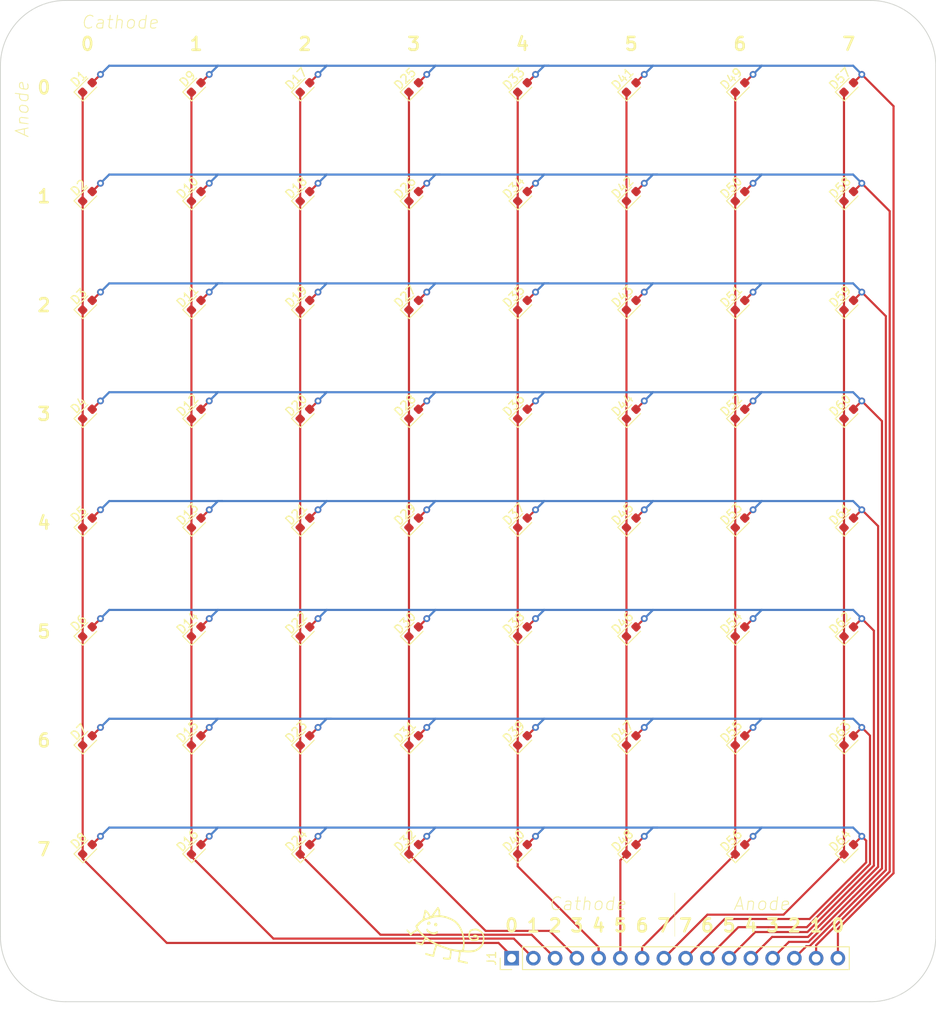
<source format=kicad_pcb>
(kicad_pcb (version 20211014) (generator pcbnew)
  (layers (0 "F.Cu" signal) (31 "B.Cu" signal) (34 "B.Paste" user) (35 "F.Paste" user) (36 "B.SilkS" user "B.Silkscreen") (37 "F.SilkS" user "F.Silkscreen") (38 "B.Mask" user) (39 "F.Mask" user) (44 "Edge.Cuts" user))
  (net 0 "")
  (net 1 "ROW1")
  (net 2 "COL1")
  (net 3 "ROW2")
  (net 4 "ROW3")
  (net 5 "ROW4")
  (net 6 "ROW5")
  (net 7 "ROW6")
  (net 8 "ROW7")
  (net 9 "ROW8")
  (net 10 "COL2")
  (net 11 "COL3")
  (net 12 "COL4")
  (net 13 "COL5")
  (net 14 "COL6")
  (net 15 "COL7")
  (net 16 "COL8")
  (footprint "LED_SMD:LED_0603_1608Metric" (layer "F.Cu") (at 101.6 76.2 45)
    (fp_text reference "D20")
    (fp_text value "LED_Small")
  )
  (footprint "LED_SMD:LED_0603_1608Metric" (layer "F.Cu") (at 88.9 101.6 45)
    (fp_text reference "D14")
    (fp_text value "LED_Small")
  )
  (footprint "LED_SMD:LED_0603_1608Metric" (layer "F.Cu") (at 76.2 114.3 45)
    (fp_text reference "D7")
    (fp_text value "LED_Small")
  )
  (footprint "LED_SMD:LED_0603_1608Metric" (layer "F.Cu") (at 152.4 63.5 45)
    (fp_text reference "D51")
    (fp_text value "LED_Small")
  )
  (footprint "LED_SMD:LED_0603_1608Metric" (layer "F.Cu") (at 127 50.8 45)
    (fp_text reference "D34")
    (fp_text value "LED_Small")
  )
  (footprint "LED_SMD:LED_0603_1608Metric" (layer "F.Cu") (at 114.3 88.9 45)
    (fp_text reference "D29")
    (fp_text value "LED_Small")
  )
  (footprint "LED_SMD:LED_0603_1608Metric" (layer "F.Cu") (at 139.7 50.8 45)
    (fp_text reference "D42")
    (fp_text value "LED_Small")
  )
  (footprint "LED_SMD:LED_0603_1608Metric" (layer "F.Cu") (at 152.4 101.6 45)
    (fp_text reference "D54")
    (fp_text value "LED_Small")
  )
  (footprint "MountingHole:MountingHole_3.2mm_M3" (layer "F.Cu") (at 71.12 33.02)
    (fp_text reference "H2" hide)
    (fp_text value "MountingHole" hide)
  )
  (footprint "LED_SMD:LED_0603_1608Metric" (layer "F.Cu") (at 101.6 101.6 45)
    (fp_text reference "D22")
    (fp_text value "LED_Small")
  )
  (footprint "LED_SMD:LED_0603_1608Metric" (layer "F.Cu") (at 101.6 38.1 45)
    (fp_text reference "D17")
    (fp_text value "LED_Small")
  )
  (footprint "LED_SMD:LED_0603_1608Metric" (layer "F.Cu") (at 152.4 38.1 45)
    (fp_text reference "D49")
    (fp_text value "LED_Small")
  )
  (footprint "LED_SMD:LED_0603_1608Metric" (layer "F.Cu") (at 76.2 76.2 45)
    (fp_text reference "D4")
    (fp_text value "LED_Small")
  )
  (footprint "Connector_PinHeader_2.54mm:PinHeader_1x16_P2.54mm_Vertical" (layer "F.Cu") (at 125.73 139.7 90)
    (fp_text reference "J1")
    (fp_text value "Conn_01x16_Female")
  )
  (footprint "LED_SMD:LED_0603_1608Metric" (layer "F.Cu") (at 127 127 45)
    (fp_text reference "D40")
    (fp_text value "LED_Small")
  )
  (footprint "LED_SMD:LED_0603_1608Metric" (layer "F.Cu") (at 139.7 63.5 45)
    (fp_text reference "D43")
    (fp_text value "LED_Small")
  )
  (footprint "LED_SMD:LED_0603_1608Metric" (layer "F.Cu") (at 165.1 76.2 45)
    (fp_text reference "D60")
    (fp_text value "LED_Small")
  )
  (footprint "LED_SMD:LED_0603_1608Metric" (layer "F.Cu") (at 127 76.2 45)
    (fp_text reference "D36")
    (fp_text value "LED_Small")
  )
  (footprint "LED_SMD:LED_0603_1608Metric" (layer "F.Cu") (at 165.1 101.6 45)
    (fp_text reference "D62")
    (fp_text value "LED_Small")
  )
  (footprint "LED_SMD:LED_0603_1608Metric" (layer "F.Cu") (at 101.6 63.5 45)
    (fp_text reference "D19")
    (fp_text value "LED_Small")
  )
  (footprint "LED_SMD:LED_0603_1608Metric" (layer "F.Cu") (at 114.3 76.2 45)
    (fp_text reference "D28")
    (fp_text value "LED_Small")
  )
  (footprint "LED_SMD:LED_0603_1608Metric" (layer "F.Cu") (at 114.3 38.1 45)
    (fp_text reference "D25")
    (fp_text value "LED_Small")
  )
  (footprint "LED_SMD:LED_0603_1608Metric" (layer "F.Cu") (at 88.9 127 45)
    (fp_text reference "D16")
    (fp_text value "LED_Small")
  )
  (footprint "LED_SMD:LED_0603_1608Metric" (layer "F.Cu") (at 101.6 50.8 45)
    (fp_text reference "D18")
    (fp_text value "LED_Small")
  )
  (footprint "LED_SMD:LED_0603_1608Metric" (layer "F.Cu") (at 76.2 63.5 45)
    (fp_text reference "D3")
    (fp_text value "LED_Small")
  )
  (footprint "LED_SMD:LED_0603_1608Metric" (layer "F.Cu") (at 127 63.5 45)
    (fp_text reference "D35")
    (fp_text value "LED_Small")
  )
  (footprint "LED_SMD:LED_0603_1608Metric" (layer "F.Cu") (at 114.3 50.8 45)
    (fp_text reference "D26")
    (fp_text value "LED_Small")
  )
  (footprint "LED_SMD:LED_0603_1608Metric" (layer "F.Cu") (at 127 38.1 45)
    (fp_text reference "D33")
    (fp_text value "LED_Small")
  )
  (footprint "LOGO" (layer "F.Cu") (at 118.11 137.16)
    (fp_text reference "G***" hide)
    (fp_text value "LOGO" hide)
  )
  (footprint "LED_SMD:LED_0603_1608Metric" (layer "F.Cu") (at 76.2 127 45)
    (fp_text reference "D8")
    (fp_text value "LED_Small")
  )
  (footprint "LED_SMD:LED_0603_1608Metric" (layer "F.Cu") (at 152.4 88.9 45)
    (fp_text reference "D53")
    (fp_text value "LED_Small")
  )
  (footprint "MountingHole:MountingHole_3.2mm_M3" (layer "F.Cu") (at 170.18 33.02)
    (fp_text reference "H3" hide)
    (fp_text value "MountingHole" hide)
  )
  (footprint "LED_SMD:LED_0603_1608Metric" (layer "F.Cu") (at 127 101.6 45)
    (fp_text reference "D38")
    (fp_text value "LED_Small")
  )
  (footprint "LED_SMD:LED_0603_1608Metric" (layer "F.Cu") (at 127 114.3 45)
    (fp_text reference "D39")
    (fp_text value "LED_Small")
  )
  (footprint "LED_SMD:LED_0603_1608Metric" (layer "F.Cu") (at 76.2 50.8 45)
    (fp_text reference "D2")
    (fp_text value "LED_Small")
  )
  (footprint "LED_SMD:LED_0603_1608Metric" (layer "F.Cu") (at 152.4 127 45)
    (fp_text reference "D56")
    (fp_text value "LED_Small")
  )
  (footprint "LED_SMD:LED_0603_1608Metric" (layer "F.Cu") (at 139.7 114.3 45)
    (fp_text reference "D47")
    (fp_text value "LED_Small")
  )
  (footprint "LED_SMD:LED_0603_1608Metric" (layer "F.Cu") (at 165.1 50.8 45)
    (fp_text reference "D58")
    (fp_text value "LED_Small")
  )
  (footprint "LED_SMD:LED_0603_1608Metric" (layer "F.Cu") (at 165.1 63.5 45)
    (fp_text reference "D59")
    (fp_text value "LED_Small")
  )
  (footprint "LED_SMD:LED_0603_1608Metric" (layer "F.Cu") (at 139.7 127 45)
    (fp_text reference "D48")
    (fp_text value "LED_Small")
  )
  (footprint "LED_SMD:LED_0603_1608Metric" (layer "F.Cu") (at 101.6 127 45)
    (fp_text reference "D24")
    (fp_text value "LED_Small")
  )
  (footprint "LED_SMD:LED_0603_1608Metric" (layer "F.Cu") (at 139.7 101.6 45)
    (fp_text reference "D46")
    (fp_text value "LED_Small")
  )
  (footprint "LED_SMD:LED_0603_1608Metric" (layer "F.Cu") (at 165.1 127 45)
    (fp_text reference "D64")
    (fp_text value "LED_Small")
  )
  (footprint "LED_SMD:LED_0603_1608Metric" (layer "F.Cu") (at 127 88.9 45)
    (fp_text reference "D37")
    (fp_text value "LED_Small")
  )
  (footprint "MountingHole:MountingHole_3.2mm_M3" (layer "F.Cu") (at 71.12 139.7)
    (fp_text reference "H1" hide)
    (fp_text value "MountingHole" hide)
  )
  (footprint "LED_SMD:LED_0603_1608Metric" (layer "F.Cu") (at 114.3 127 45)
    (fp_text reference "D32")
    (fp_text value "LED_Small")
  )
  (footprint "LED_SMD:LED_0603_1608Metric" (layer "F.Cu") (at 76.2 88.9 45)
    (fp_text reference "D5")
    (fp_text value "LED_Small")
  )
  (footprint "LED_SMD:LED_0603_1608Metric" (layer "F.Cu") (at 101.6 114.3 45)
    (fp_text reference "D23")
    (fp_text value "LED_Small")
  )
  (footprint "LED_SMD:LED_0603_1608Metric" (layer "F.Cu") (at 165.1 38.1 45)
    (fp_text reference "D57")
    (fp_text value "LED_Small")
  )
  (footprint "LED_SMD:LED_0603_1608Metric" (layer "F.Cu") (at 88.9 50.8 45)
    (fp_text reference "D10")
    (fp_text value "LED_Small")
  )
  (footprint "LED_SMD:LED_0603_1608Metric" (layer "F.Cu") (at 76.2 101.6 45)
    (fp_text reference "D6")
    (fp_text value "LED_Small")
  )
  (footprint "LED_SMD:LED_0603_1608Metric" (layer "F.Cu") (at 114.3 101.6 45)
    (fp_text reference "D30")
    (fp_text value "LED_Small")
  )
  (footprint "LED_SMD:LED_0603_1608Metric" (layer "F.Cu") (at 152.4 50.8 45)
    (fp_text reference "D50")
    (fp_text value "LED_Small")
  )
  (footprint "LED_SMD:LED_0603_1608Metric" (layer "F.Cu") (at 139.7 88.9 45)
    (fp_text reference "D45")
    (fp_text value "LED_Small")
  )
  (footprint "LED_SMD:LED_0603_1608Metric" (layer "F.Cu") (at 76.2 38.1 45)
    (fp_text reference "D1")
    (fp_text value "LED_Small")
  )
  (footprint "LED_SMD:LED_0603_1608Metric" (layer "F.Cu") (at 152.4 76.2 45)
    (fp_text reference "D52")
    (fp_text value "LED_Small")
  )
  (footprint "LED_SMD:LED_0603_1608Metric" (layer "F.Cu") (at 88.9 63.5 45)
    (fp_text reference "D11")
    (fp_text value "LED_Small")
  )
  (footprint "LED_SMD:LED_0603_1608Metric" (layer "F.Cu") (at 88.9 88.9 45)
    (fp_text reference "D13")
    (fp_text value "LED_Small")
  )
  (footprint "LED_SMD:LED_0603_1608Metric" (layer "F.Cu") (at 101.6 88.9 45)
    (fp_text reference "D21")
    (fp_text value "LED_Small")
  )
  (footprint "LED_SMD:LED_0603_1608Metric" (layer "F.Cu") (at 88.9 114.3 45)
    (fp_text reference "D15")
    (fp_text value "LED_Small")
  )
  (footprint "LED_SMD:LED_0603_1608Metric" (layer "F.Cu") (at 114.3 63.5 45)
    (fp_text reference "D27")
    (fp_text value "LED_Small")
  )
  (footprint "LED_SMD:LED_0603_1608Metric" (layer "F.Cu") (at 165.1 88.9 45)
    (fp_text reference "D61")
    (fp_text value "LED_Small")
  )
  (footprint "LED_SMD:LED_0603_1608Metric" (layer "F.Cu") (at 165.1 114.3 45)
    (fp_text reference "D63")
    (fp_text value "LED_Small")
  )
  (footprint "LED_SMD:LED_0603_1608Metric" (layer "F.Cu") (at 114.3 114.3 45)
    (fp_text reference "D31")
    (fp_text value "LED_Small")
  )
  (footprint "LED_SMD:LED_0603_1608Metric" (layer "F.Cu") (at 88.9 38.1 45)
    (fp_text reference "D9")
    (fp_text value "LED_Small")
  )
  (footprint "LED_SMD:LED_0603_1608Metric" (layer "F.Cu") (at 139.7 76.2 45)
    (fp_text reference "D44")
    (fp_text value "LED_Small")
  )
  (footprint "LED_SMD:LED_0603_1608Metric" (layer "F.Cu") (at 88.9 76.2 45)
    (fp_text reference "D12")
    (fp_text value "LED_Small")
  )
  (footprint "LED_SMD:LED_0603_1608Metric" (layer "F.Cu") (at 152.4 114.3 45)
    (fp_text reference "D55")
    (fp_text value "LED_Small")
  )
  (footprint "LED_SMD:LED_0603_1608Metric" (layer "F.Cu") (at 139.7 38.1 45)
    (fp_text reference "D41")
    (fp_text value "LED_Small")
  )
  (footprint "MountingHole:MountingHole_3.2mm_M3" (layer "F.Cu") (at 170.18 139.7)
    (fp_text reference "H4" hide)
    (fp_text value "MountingHole" hide)
  )
  (gr_line (start 144.78 137.16) (end 144.78 132.08) (layer "F.SilkS") (width 0.0508))
  (gr_line (start 167.64 144.78) (end 73.66 144.78) (layer "Edge.Cuts") (width 0.1))
  (gr_arc (start 66.04 35.56) (mid 68.271846 30.171846) (end 73.66 27.94) (layer "Edge.Cuts") (width 0.1))
  (gr_arc (start 175.26 137.16) (mid 173.028154 142.548154) (end 167.64 144.78) (layer "Edge.Cuts") (width 0.1))
  (gr_arc (start 167.64 27.94) (mid 173.028154 30.171846) (end 175.26 35.56) (layer "Edge.Cuts") (width 0.1))
  (gr_line (start 73.66 27.94) (end 167.64 27.94) (layer "Edge.Cuts") (width 0.1))
  (gr_arc (start 73.66 144.78) (mid 68.271846 142.548154) (end 66.04 137.16) (layer "Edge.Cuts") (width 0.1))
  (gr_line (start 66.04 137.16) (end 66.04 35.56) (layer "Edge.Cuts") (width 0.1))
  (gr_line (start 175.26 35.56) (end 175.26 137.16) (layer "Edge.Cuts") (width 0.1))
  (gr_text "6" (at 140.97 135.89) (layer "F.SilkS") (effects (font (size 1.5 1.5) (thickness 0.3))))
  (gr_text "Cathode" (at 134.62 133.35) (layer "F.SilkS") (effects (font (size 1.5 1.5) (thickness 0.1016) italic)))
  (gr_text "5" (at 151.13 135.89) (layer "F.SilkS") (effects (font (size 1.5 1.5) (thickness 0.3))))
  (gr_text "4" (at 135.89 135.89) (layer "F.SilkS") (effects (font (size 1.5 1.5) (thickness 0.3))))
  (gr_text "7" (at 165.1 33.02) (layer "F.SilkS") (effects (font (size 1.5 1.5) (thickness 0.3))))
  (gr_text "6" (at 71.12 114.3) (layer "F.SilkS") (effects (font (size 1.5 1.5) (thickness 0.3))))
  (gr_text "2" (at 71.12 63.5) (layer "F.SilkS") (effects (font (size 1.5 1.5) (thickness 0.3))))
  (gr_text "2" (at 158.75 135.89) (layer "F.SilkS") (effects (font (size 1.5 1.5) (thickness 0.3))))
  (gr_text "Anode" (at 68.58 40.64 90) (layer "F.SilkS") (effects (font (size 1.5 1.5) (thickness 0.1016) italic)))
  (gr_text "0" (at 163.83 135.89) (layer "F.SilkS") (effects (font (size 1.5 1.5) (thickness 0.3))))
  (gr_text "3" (at 114.3 33.02) (layer "F.SilkS") (effects (font (size 1.5 1.5) (thickness 0.3))))
  (gr_text "7" (at 71.12 127) (layer "F.SilkS") (effects (font (size 1.5 1.5) (thickness 0.3))))
  (gr_text "7" (at 143.51 135.89) (layer "F.SilkS") (effects (font (size 1.5 1.5) (thickness 0.3))))
  (gr_text "4" (at 71.12 88.9) (layer "F.SilkS") (effects (font (size 1.5 1.5) (thickness 0.3))))
  (gr_text "1\n" (at 128.27 135.89) (layer "F.SilkS") (effects (font (size 1.5 1.5) (thickness 0.3))))
  (gr_text "1" (at 88.9 33.02) (layer "F.SilkS") (effects (font (size 1.5 1.5) (thickness 0.3))))
  (gr_text "6" (at 148.59 135.89) (layer "F.SilkS") (effects (font (size 1.5 1.5) (thickness 0.3))))
  (gr_text "1" (at 161.29 135.89) (layer "F.SilkS") (effects (font (size 1.5 1.5) (thickness 0.3))))
  (gr_text "3" (at 156.21 135.89) (layer "F.SilkS") (effects (font (size 1.5 1.5) (thickness 0.3))))
  (gr_text "2" (at 101.6 33.02) (layer "F.SilkS") (effects (font (size 1.5 1.5) (thickness 0.3))))
  (gr_text "Anode" (at 154.94 133.35) (layer "F.SilkS") (effects (font (size 1.5 1.5) (thickness 0.1016) italic)))
  (gr_text "0" (at 125.73 135.89) (layer "F.SilkS") (effects (font (size 1.5 1.5) (thickness 0.3))))
  (gr_text "3" (at 133.35 135.89) (layer "F.SilkS") (effects (font (size 1.5 1.5) (thickness 0.3))))
  (gr_text "5" (at 138.43 135.89) (layer "F.SilkS") (effects (font (size 1.5 1.5) (thickness 0.3))))
  (gr_text "6" (at 152.4 33.02) (layer "F.SilkS") (effects (font (size 1.5 1.5) (thickness 0.3))))
  (gr_text "7" (at 146.05 135.89) (layer "F.SilkS") (effects (font (size 1.5 1.5) (thickness 0.3))))
  (gr_text "1" (at 71.12 50.8) (layer "F.SilkS") (effects (font (size 1.5 1.5) (thickness 0.3))))
  (gr_text "5" (at 139.7 33.02) (layer "F.SilkS") (effects (font (size 1.5 1.5) (thickness 0.3))))
  (gr_text "0" (at 76.2 33.02) (layer "F.SilkS") (effects (font (size 1.5 1.5) (thickness 0.3))))
  (gr_text "Cathode" (at 80.01 30.48) (layer "F.SilkS") (effects (font (size 1.5 1.5) (thickness 0.1016) italic)))
  (gr_text "4" (at 127 33.02) (layer "F.SilkS") (effects (font (size 1.5 1.5) (thickness 0.3))))
  (gr_text "4" (at 153.67 135.89) (layer "F.SilkS") (effects (font (size 1.5 1.5) (thickness 0.3))))
  (gr_text "2" (at 130.81 135.89) (layer "F.SilkS") (effects (font (size 1.5 1.5) (thickness 0.3))))
  (gr_text "5" (at 71.12 101.6) (layer "F.SilkS") (effects (font (size 1.5 1.5) (thickness 0.3))))
  (gr_text "3" (at 71.12 76.2) (layer "F.SilkS") (effects (font (size 1.5 1.5) (thickness 0.3))))
  (gr_text "0" (at 71.12 38.1) (layer "F.SilkS") (effects (font (size 1.5 1.5) (thickness 0.3))))
  (segment (start 165.656847 37.543153) (end 166.624 36.576) (width 0.25) (layer "F.Cu") (net 1))
  (segment (start 170.329 40.281) (end 170.329 129.781772) (width 0.25) (layer "F.Cu") (net 1))
  (segment (start 76.756847 37.543153) (end 77.724 36.576) (width 0.25) (layer "F.Cu") (net 1))
  (segment (start 89.456847 37.543153) (end 90.424 36.576) (width 0.25) (layer "F.Cu") (net 1))
  (segment (start 102.156847 37.543153) (end 103.124 36.576) (width 0.25) (layer "F.Cu") (net 1))
  (segment (start 163.83 136.280772) (end 163.83 139.7) (width 0.25) (layer "F.Cu") (net 1))
  (segment (start 166.624 36.576) (end 170.329 40.281) (width 0.25) (layer "F.Cu") (net 1))
  (segment (start 127.556847 37.543153) (end 128.524 36.576) (width 0.25) (layer "F.Cu") (net 1))
  (segment (start 140.256847 37.543153) (end 141.224 36.576) (width 0.25) (layer "F.Cu") (net 1))
  (segment (start 114.856847 37.543153) (end 115.824 36.576) (width 0.25) (layer "F.Cu") (net 1))
  (segment (start 152.956847 37.543153) (end 153.924 36.576) (width 0.25) (layer "F.Cu") (net 1))
  (segment (start 170.329 129.781772) (end 163.83 136.280772) (width 0.25) (layer "F.Cu") (net 1))
  (via (at 103.124 36.576) (size 0.8) (drill 0.4) (layers "F.Cu" "B.Cu") (net 1))
  (via (at 77.724 36.576) (size 0.8) (drill 0.4) (layers "F.Cu" "B.Cu") (net 1))
  (via (at 141.224 36.576) (size 0.8) (drill 0.4) (layers "F.Cu" "B.Cu") (net 1))
  (via (at 90.424 36.576) (size 0.8) (drill 0.4) (layers "F.Cu" "B.Cu") (net 1))
  (via (at 166.624 36.576) (size 0.8) (drill 0.4) (layers "F.Cu" "B.Cu") (net 1))
  (via (at 153.924 36.576) (size 0.8) (drill 0.4) (layers "F.Cu" "B.Cu") (net 1))
  (via (at 115.824 36.576) (size 0.8) (drill 0.4) (layers "F.Cu" "B.Cu") (net 1))
  (via (at 128.524 36.576) (size 0.8) (drill 0.4) (layers "F.Cu" "B.Cu") (net 1))
  (segment (start 142.24 35.56) (end 154.94 35.56) (width 0.25) (layer "B.Cu") (net 1))
  (segment (start 128.524 36.576) (end 129.54 35.56) (width 0.25) (layer "B.Cu") (net 1))
  (segment (start 78.74 35.56) (end 91.44 35.56) (width 0.25) (layer "B.Cu") (net 1))
  (segment (start 90.424 36.576) (end 91.44 35.56) (width 0.25) (layer "B.Cu") (net 1))
  (segment (start 153.924 36.576) (end 154.94 35.56) (width 0.25) (layer "B.Cu") (net 1))
  (segment (start 115.824 36.576) (end 116.84 35.56) (width 0.25) (layer "B.Cu") (net 1))
  (segment (start 77.724 36.576) (end 78.74 35.56) (width 0.25) (layer "B.Cu") (net 1))
  (segment (start 154.94 35.56) (end 165.608 35.56) (width 0.25) (layer "B.Cu") (net 1))
  (segment (start 165.608 35.56) (end 166.624 36.576) (width 0.25) (layer "B.Cu") (net 1))
  (segment (start 104.14 35.56) (end 116.84 35.56) (width 0.25) (layer "B.Cu") (net 1))
  (segment (start 103.124 36.576) (end 104.14 35.56) (width 0.25) (layer "B.Cu") (net 1))
  (segment (start 141.224 36.576) (end 142.24 35.56) (width 0.25) (layer "B.Cu") (net 1))
  (segment (start 130.048 35.56) (end 142.24 35.56) (width 0.25) (layer "B.Cu") (net 1))
  (segment (start 91.44 35.56) (end 104.14 35.56) (width 0.25) (layer "B.Cu") (net 1))
  (segment (start 116.84 35.56) (end 130.048 35.56) (width 0.25) (layer "B.Cu") (net 1))
  (segment (start 129.54 35.56) (end 130.048 35.56) (width 0.25) (layer "B.Cu") (net 1))
  (segment (start 124.206 137.922) (end 125.73 139.446) (width 0.25) (layer "F.Cu") (net 2))
  (segment (start 75.643153 89.456847) (end 75.643153 102.156847) (width 0.25) (layer "F.Cu") (net 2))
  (segment (start 75.643153 127.556847) (end 75.643153 128.094153) (width 0.25) (layer "F.Cu") (net 2))
  (segment (start 75.643153 38.656847) (end 75.643153 64.056847) (width 0.25) (layer "F.Cu") (net 2))
  (segment (start 75.643153 128.094153) (end 85.471 137.922) (width 0.25) (layer "F.Cu") (net 2))
  (segment (start 125.73 139.446) (end 125.73 139.7) (width 0.25) (layer "F.Cu") (net 2))
  (segment (start 85.471 137.922) (end 124.206 137.922) (width 0.25) (layer "F.Cu") (net 2))
  (segment (start 75.643153 102.156847) (end 75.643153 127.556847) (width 0.25) (layer "F.Cu") (net 2))
  (segment (start 75.643153 76.756847) (end 75.643153 89.456847) (width 0.25) (layer "F.Cu") (net 2))
  (segment (start 75.643153 64.056847) (end 75.643153 76.756847) (width 0.25) (layer "F.Cu") (net 2))
  (segment (start 166.624 49.276) (end 169.879 52.531) (width 0.25) (layer "F.Cu") (net 3))
  (segment (start 114.856847 50.243153) (end 115.824 49.276) (width 0.25) (layer "F.Cu") (net 3))
  (segment (start 165.656847 50.243153) (end 166.624 49.276) (width 0.25) (layer "F.Cu") (net 3))
  (segment (start 169.879 52.531) (end 169.879 129.595376) (width 0.25) (layer "F.Cu") (net 3))
  (segment (start 127.556847 50.243153) (end 128.524 49.276) (width 0.25) (layer "F.Cu") (net 3))
  (segment (start 140.256847 50.243153) (end 141.224 49.276) (width 0.25) (layer "F.Cu") (net 3))
  (segment (start 169.879 129.595376) (end 161.29 138.184376) (width 0.25) (layer "F.Cu") (net 3))
  (segment (start 89.456847 50.243153) (end 90.424 49.276) (width 0.25) (layer "F.Cu") (net 3))
  (segment (start 161.29 138.184376) (end 161.29 139.7) (width 0.25) (layer "F.Cu") (net 3))
  (segment (start 76.756847 50.243153) (end 77.724 49.276) (width 0.25) (layer "F.Cu") (net 3))
  (segment (start 152.956847 50.243153) (end 153.924 49.276) (width 0.25) (layer "F.Cu") (net 3))
  (segment (start 102.156847 50.243153) (end 103.124 49.276) (width 0.25) (layer "F.Cu") (net 3))
  (via (at 115.824 49.276) (size 0.8) (drill 0.4) (layers "F.Cu" "B.Cu") (net 3))
  (via (at 128.524 49.276) (size 0.8) (drill 0.4) (layers "F.Cu" "B.Cu") (net 3))
  (via (at 141.224 49.276) (size 0.8) (drill 0.4) (layers "F.Cu" "B.Cu") (net 3))
  (via (at 90.424 49.276) (size 0.8) (drill 0.4) (layers "F.Cu" "B.Cu") (net 3))
  (via (at 153.924 49.276) (size 0.8) (drill 0.4) (layers "F.Cu" "B.Cu") (net 3))
  (via (at 103.124 49.276) (size 0.8) (drill 0.4) (layers "F.Cu" "B.Cu") (net 3))
  (via (at 77.724 49.276) (size 0.8) (drill 0.4) (layers "F.Cu" "B.Cu") (net 3))
  (via (at 166.624 49.276) (size 0.8) (drill 0.4) (layers "F.Cu" "B.Cu") (net 3))
  (segment (start 115.824 49.276) (end 116.84 48.26) (width 0.25) (layer "B.Cu") (net 3))
  (segment (start 153.924 49.276) (end 154.94 48.26) (width 0.25) (layer "B.Cu") (net 3))
  (segment (start 78.74 48.26) (end 104.14 48.26) (width 0.25) (layer "B.Cu") (net 3))
  (segment (start 116.84 48.26) (end 117.348 48.26) (width 0.25) (layer "B.Cu") (net 3))
  (segment (start 142.24 48.26) (end 142.748 48.26) (width 0.25) (layer "B.Cu") (net 3))
  (segment (start 128.524 49.276) (end 129.54 48.26) (width 0.25) (layer "B.Cu") (net 3))
  (segment (start 117.348 48.26) (end 129.54 48.26) (width 0.25) (layer "B.Cu") (net 3))
  (segment (start 142.748 48.26) (end 154.94 48.26) (width 0.25) (layer "B.Cu") (net 3))
  (segment (start 141.224 49.276) (end 142.24 48.26) (width 0.25) (layer "B.Cu") (net 3))
  (segment (start 90.424 49.276) (end 91.44 48.26) (width 0.25) (layer "B.Cu") (net 3))
  (segment (start 104.14 48.26) (end 117.348 48.26) (width 0.25) (layer "B.Cu") (net 3))
  (segment (start 77.724 49.276) (end 78.74 48.26) (width 0.25) (layer "B.Cu") (net 3))
  (segment (start 154.94 48.26) (end 165.608 48.26) (width 0.25) (layer "B.Cu") (net 3))
  (segment (start 165.608 48.26) (end 166.624 49.276) (width 0.25) (layer "B.Cu") (net 3))
  (segment (start 103.124 49.276) (end 104.14 48.26) (width 0.25) (layer "B.Cu") (net 3))
  (segment (start 129.54 48.26) (end 142.748 48.26) (width 0.25) (layer "B.Cu") (net 3))
  (segment (start 169.429 129.40898) (end 165.85798 132.98) (width 0.25) (layer "F.Cu") (net 4))
  (segment (start 76.756847 62.943153) (end 77.724 61.976) (width 0.25) (layer "F.Cu") (net 4))
  (segment (start 165.656847 62.943153) (end 166.624 61.976) (width 0.25) (layer "F.Cu") (net 4))
  (segment (start 140.256847 62.943153) (end 141.224 61.976) (width 0.25) (layer "F.Cu") (net 4))
  (segment (start 165.85798 132.98) (end 165.851 132.98) (width 0.25) (layer "F.Cu") (net 4))
  (segment (start 102.156847 62.943153) (end 103.124 61.976) (width 0.25) (layer "F.Cu") (net 4))
  (segment (start 127.556847 62.943153) (end 128.524 61.976) (width 0.25) (layer "F.Cu") (net 4))
  (segment (start 114.856847 62.943153) (end 115.824 61.976) (width 0.25) (layer "F.Cu") (net 4))
  (segment (start 160.147 138.303) (end 158.75 139.7) (width 0.25) (layer "F.Cu") (net 4))
  (segment (start 166.624 61.976) (end 169.429 64.781) (width 0.25) (layer "F.Cu") (net 4))
  (segment (start 169.429 64.781) (end 169.429 129.40898) (width 0.25) (layer "F.Cu") (net 4))
  (segment (start 152.956847 62.943153) (end 153.924 61.976) (width 0.25) (layer "F.Cu") (net 4))
  (segment (start 89.456847 62.943153) (end 90.424 61.976) (width 0.25) (layer "F.Cu") (net 4))
  (segment (start 165.851 132.98) (end 160.528 138.303) (width 0.25) (layer "F.Cu") (net 4))
  (segment (start 160.528 138.303) (end 160.147 138.303) (width 0.25) (layer "F.Cu") (net 4))
  (via (at 128.524 61.976) (size 0.8) (drill 0.4) (layers "F.Cu" "B.Cu") (net 4))
  (via (at 90.424 61.976) (size 0.8) (drill 0.4) (layers "F.Cu" "B.Cu") (net 4))
  (via (at 141.224 61.976) (size 0.8) (drill 0.4) (layers "F.Cu" "B.Cu") (net 4))
  (via (at 115.824 61.976) (size 0.8) (drill 0.4) (layers "F.Cu" "B.Cu") (net 4))
  (via (at 77.724 61.976) (size 0.8) (drill 0.4) (layers "F.Cu" "B.Cu") (net 4))
  (via (at 166.624 61.976) (size 0.8) (drill 0.4) (layers "F.Cu" "B.Cu") (net 4))
  (via (at 153.924 61.976) (size 0.8) (drill 0.4) (layers "F.Cu" "B.Cu") (net 4))
  (via (at 103.124 61.976) (size 0.8) (drill 0.4) (layers "F.Cu" "B.Cu") (net 4))
  (segment (start 91.948 60.96) (end 104.14 60.96) (width 0.25) (layer "B.Cu") (net 4))
  (segment (start 90.424 61.976) (end 91.44 60.96) (width 0.25) (layer "B.Cu") (net 4))
  (segment (start 130.048 60.96) (end 142.24 60.96) (width 0.25) (layer "B.Cu") (net 4))
  (segment (start 91.44 60.96) (end 91.948 60.96) (width 0.25) (layer "B.Cu") (net 4))
  (segment (start 165.608 60.96) (end 166.624 61.976) (width 0.25) (layer "B.Cu") (net 4))
  (segment (start 103.124 61.976) (end 104.14 60.96) (width 0.25) (layer "B.Cu") (net 4))
  (segment (start 129.54 60.96) (end 130.048 60.96) (width 0.25) (layer "B.Cu") (net 4))
  (segment (start 77.724 61.976) (end 78.74 60.96) (width 0.25) (layer "B.Cu") (net 4))
  (segment (start 115.824 61.976) (end 116.84 60.96) (width 0.25) (layer "B.Cu") (net 4))
  (segment (start 128.524 61.976) (end 129.54 60.96) (width 0.25) (layer "B.Cu") (net 4))
  (segment (start 153.924 61.976) (end 154.94 60.96) (width 0.25) (layer "B.Cu") (net 4))
  (segment (start 142.24 60.96) (end 165.608 60.96) (width 0.25) (layer "B.Cu") (net 4))
  (segment (start 78.74 60.96) (end 91.948 60.96) (width 0.25) (layer "B.Cu") (net 4))
  (segment (start 141.224 61.976) (end 142.24 60.96) (width 0.25) (layer "B.Cu") (net 4))
  (segment (start 104.14 60.96) (end 130.048 60.96) (width 0.25) (layer "B.Cu") (net 4))
  (segment (start 168.979 129.222584) (end 168.979 77.031) (width 0.25) (layer "F.Cu") (net 5))
  (segment (start 165.656847 75.643153) (end 166.624 74.676) (width 0.25) (layer "F.Cu") (net 5))
  (segment (start 165.664604 132.53) (end 160.400302 137.794302) (width 0.25) (layer "F.Cu") (net 5))
  (segment (start 114.856847 75.643153) (end 115.824 74.676) (width 0.25) (layer "F.Cu") (net 5))
  (segment (start 165.671584 132.53) (end 168.979 129.222584) (width 0.25) (layer "F.Cu") (net 5))
  (segment (start 158.115698 137.794302) (end 156.21 139.7) (width 0.25) (layer "F.Cu") (net 5))
  (segment (start 160.400302 137.794302) (end 158.115698 137.794302) (width 0.25) (layer "F.Cu") (net 5))
  (segment (start 140.256847 75.643153) (end 141.224 74.676) (width 0.25) (layer "F.Cu") (net 5))
  (segment (start 168.979 77.031) (end 166.624 74.676) (width 0.25) (layer "F.Cu") (net 5))
  (segment (start 127.556847 75.643153) (end 128.524 74.676) (width 0.25) (layer "F.Cu") (net 5))
  (segment (start 152.956847 75.643153) (end 153.924 74.676) (width 0.25) (layer "F.Cu") (net 5))
  (segment (start 76.756847 75.643153) (end 77.724 74.676) (width 0.25) (layer "F.Cu") (net 5))
  (segment (start 102.156847 75.643153) (end 103.124 74.676) (width 0.25) (layer "F.Cu") (net 5))
  (segment (start 165.671584 132.53) (end 165.664604 132.53) (width 0.25) (layer "F.Cu") (net 5))
  (segment (start 89.456847 75.643153) (end 90.424 74.676) (width 0.25) (layer "F.Cu") (net 5))
  (via (at 128.524 74.676) (size 0.8) (drill 0.4) (layers "F.Cu" "B.Cu") (net 5))
  (via (at 103.124 74.676) (size 0.8) (drill 0.4) (layers "F.Cu" "B.Cu") (net 5))
  (via (at 77.724 74.676) (size 0.8) (drill 0.4) (layers "F.Cu" "B.Cu") (net 5))
  (via (at 166.624 74.676) (size 0.8) (drill 0.4) (layers "F.Cu" "B.Cu") (net 5))
  (via (at 153.924 74.676) (size 0.8) (drill 0.4) (layers "F.Cu" "B.Cu") (net 5))
  (via (at 90.424 74.676) (size 0.8) (drill 0.4) (layers "F.Cu" "B.Cu") (net 5))
  (via (at 115.824 74.676) (size 0.8) (drill 0.4) (layers "F.Cu" "B.Cu") (net 5))
  (via (at 141.224 74.676) (size 0.8) (drill 0.4) (layers "F.Cu" "B.Cu") (net 5))
  (segment (start 78.74 73.66) (end 91.44 73.66) (width 0.25) (layer "B.Cu") (net 5))
  (segment (start 90.424 74.676) (end 91.44 73.66) (width 0.25) (layer "B.Cu") (net 5))
  (segment (start 128.524 74.676) (end 129.54 73.66) (width 0.25) (layer "B.Cu") (net 5))
  (segment (start 165.608 73.66) (end 166.624 74.676) (width 0.25) (layer "B.Cu") (net 5))
  (segment (start 129.54 73.66) (end 142.24 73.66) (width 0.25) (layer "B.Cu") (net 5))
  (segment (start 154.94 73.66) (end 165.608 73.66) (width 0.25) (layer "B.Cu") (net 5))
  (segment (start 115.824 74.676) (end 116.84 73.66) (width 0.25) (layer "B.Cu") (net 5))
  (segment (start 116.84 73.66) (end 129.54 73.66) (width 0.25) (layer "B.Cu") (net 5))
  (segment (start 141.224 74.676) (end 142.24 73.66) (width 0.25) (layer "B.Cu") (net 5))
  (segment (start 104.14 73.66) (end 116.84 73.66) (width 0.25) (layer "B.Cu") (net 5))
  (segment (start 77.724 74.676) (end 78.74 73.66) (width 0.25) (layer "B.Cu") (net 5))
  (segment (start 142.24 73.66) (end 154.94 73.66) (width 0.25) (layer "B.Cu") (net 5))
  (segment (start 91.44 73.66) (end 104.14 73.66) (width 0.25) (layer "B.Cu") (net 5))
  (segment (start 153.924 74.676) (end 154.94 73.66) (width 0.25) (layer "B.Cu") (net 5))
  (segment (start 103.124 74.676) (end 104.14 73.66) (width 0.25) (layer "B.Cu") (net 5))
  (segment (start 165.656847 88.343153) (end 166.624 87.376) (width 0.25) (layer "F.Cu") (net 6))
  (segment (start 166.624 87.376) (end 168.529 89.281) (width 0.25) (layer "F.Cu") (net 6))
  (segment (start 127.556847 88.343153) (end 128.524 87.376) (width 0.25) (layer "F.Cu") (net 6))
  (segment (start 165.525208 132.033) (end 160.336104 137.222104) (width 0.25) (layer "F.Cu") (net 6))
  (segment (start 156.147896 137.222104) (end 153.67 139.7) (width 0.25) (layer "F.Cu") (net 6))
  (segment (start 114.856847 88.343153) (end 115.824 87.376) (width 0.25) (layer "F.Cu") (net 6))
  (segment (start 89.456847 88.343153) (end 90.424 87.376) (width 0.25) (layer "F.Cu") (net 6))
  (segment (start 102.156847 88.343153) (end 103.124 87.376) (width 0.25) (layer "F.Cu") (net 6))
  (segment (start 165.532188 132.033) (end 165.525208 132.033) (width 0.25) (layer "F.Cu") (net 6))
  (segment (start 76.756847 88.343153) (end 77.724 87.376) (width 0.25) (layer "F.Cu") (net 6))
  (segment (start 152.956847 88.343153) (end 153.924 87.376) (width 0.25) (layer "F.Cu") (net 6))
  (segment (start 160.336104 137.222104) (end 156.147896 137.222104) (width 0.25) (layer "F.Cu") (net 6))
  (segment (start 168.529 129.036188) (end 165.532188 132.033) (width 0.25) (layer "F.Cu") (net 6))
  (segment (start 168.529 89.281) (end 168.529 129.036188) (width 0.25) (layer "F.Cu") (net 6))
  (segment (start 140.256847 88.343153) (end 141.224 87.376) (width 0.25) (layer "F.Cu") (net 6))
  (via (at 141.224 87.376) (size 0.8) (drill 0.4) (layers "F.Cu" "B.Cu") (net 6))
  (via (at 166.624 87.376) (size 0.8) (drill 0.4) (layers "F.Cu" "B.Cu") (net 6))
  (via (at 128.524 87.376) (size 0.8) (drill 0.4) (layers "F.Cu" "B.Cu") (net 6))
  (via (at 103.124 87.376) (size 0.8) (drill 0.4) (layers "F.Cu" "B.Cu") (net 6))
  (via (at 115.824 87.376) (size 0.8) (drill 0.4) (layers "F.Cu" "B.Cu") (net 6))
  (via (at 153.924 87.376) (size 0.8) (drill 0.4) (layers "F.Cu" "B.Cu") (net 6))
  (via (at 90.424 87.376) (size 0.8) (drill 0.4) (layers "F.Cu" "B.Cu") (net 6))
  (via (at 77.724 87.376) (size 0.8) (drill 0.4) (layers "F.Cu" "B.Cu") (net 6))
  (segment (start 78.74 86.36) (end 91.948 86.36) (width 0.25) (layer "B.Cu") (net 6))
  (segment (start 141.224 87.376) (end 142.24 86.36) (width 0.25) (layer "B.Cu") (net 6))
  (segment (start 77.724 87.376) (end 78.74 86.36) (width 0.25) (layer "B.Cu") (net 6))
  (segment (start 90.424 87.376) (end 91.44 86.36) (width 0.25) (layer "B.Cu") (net 6))
  (segment (start 91.948 86.36) (end 104.14 86.36) (width 0.25) (layer "B.Cu") (net 6))
  (segment (start 103.124 87.376) (end 104.14 86.36) (width 0.25) (layer "B.Cu") (net 6))
  (segment (start 128.524 87.376) (end 129.54 86.36) (width 0.25) (layer "B.Cu") (net 6))
  (segment (start 142.24 86.36) (end 154.94 86.36) (width 0.25) (layer "B.Cu") (net 6))
  (segment (start 115.824 87.376) (end 116.84 86.36) (width 0.25) (layer "B.Cu") (net 6))
  (segment (start 154.94 86.36) (end 165.608 86.36) (width 0.25) (layer "B.Cu") (net 6))
  (segment (start 165.608 86.36) (end 166.624 87.376) (width 0.25) (layer "B.Cu") (net 6))
  (segment (start 91.44 86.36) (end 91.948 86.36) (width 0.25) (layer "B.Cu") (net 6))
  (segment (start 153.924 87.376) (end 154.94 86.36) (width 0.25) (layer "B.Cu") (net 6))
  (segment (start 129.54 86.36) (end 142.24 86.36) (width 0.25) (layer "B.Cu") (net 6))
  (segment (start 104.14 86.36) (end 129.54 86.36) (width 0.25) (layer "B.Cu") (net 6))
  (segment (start 165.345792 131.583) (end 168.032 128.896792) (width 0.25) (layer "F.Cu") (net 7))
  (segment (start 114.856847 101.043153) (end 115.824 100.076) (width 0.25) (layer "F.Cu") (net 7))
  (segment (start 152.956847 101.043153) (end 153.924 100.076) (width 0.25) (layer "F.Cu") (net 7))
  (segment (start 165.345792 131.583) (end 165.338812 131.583) (width 0.25) (layer "F.Cu") (net 7))
  (segment (start 89.456847 101.043153) (end 90.424 100.076) (width 0.25) (layer "F.Cu") (net 7))
  (segment (start 140.256847 101.043153) (end 141.224 100.076) (width 0.25) (layer "F.Cu") (net 7))
  (segment (start 165.656847 101.043153) (end 166.624 100.076) (width 0.25) (layer "F.Cu") (net 7))
  (segment (start 154.180094 136.649906) (end 151.13 139.7) (width 0.25) (layer "F.Cu") (net 7))
  (segment (start 76.756847 101.043153) (end 77.724 100.076) (width 0.25) (layer "F.Cu") (net 7))
  (segment (start 102.156847 101.043153) (end 103.124 100.076) (width 0.25) (layer "F.Cu") (net 7))
  (segment (start 165.338812 131.583) (end 160.271906 136.649906) (width 0.25) (layer "F.Cu") (net 7))
  (segment (start 160.271906 136.649906) (end 154.180094 136.649906) (width 0.25) (layer "F.Cu") (net 7))
  (segment (start 127.556847 101.043153) (end 128.524 100.076) (width 0.25) (layer "F.Cu") (net 7))
  (segment (start 168.032 101.484) (end 166.624 100.076) (width 0.25) (layer "F.Cu") (net 7))
  (segment (start 168.032 128.896792) (end 168.032 101.484) (width 0.25) (layer "F.Cu") (net 7))
  (via (at 153.924 100.076) (size 0.8) (drill 0.4) (layers "F.Cu" "B.Cu") (net 7))
  (via (at 141.224 100.076) (size 0.8) (drill 0.4) (layers "F.Cu" "B.Cu") (net 7))
  (via (at 166.624 100.076) (size 0.8) (drill 0.4) (layers "F.Cu" "B.Cu") (net 7))
  (via (at 90.424 100.076) (size 0.8) (drill 0.4) (layers "F.Cu" "B.Cu") (net 7))
  (via (at 115.824 100.076) (size 0.8) (drill 0.4) (layers "F.Cu" "B.Cu") (net 7))
  (via (at 128.524 100.076) (size 0.8) (drill 0.4) (layers "F.Cu" "B.Cu") (net 7))
  (via (at 77.724 100.076) (size 0.8) (drill 0.4) (layers "F.Cu" "B.Cu") (net 7))
  (via (at 103.124 100.076) (size 0.8) (drill 0.4) (layers "F.Cu" "B.Cu") (net 7))
  (segment (start 165.608 99.06) (end 166.624 100.076) (width 0.25) (layer "B.Cu") (net 7))
  (segment (start 78.74 99.06) (end 91.44 99.06) (width 0.25) (layer "B.Cu") (net 7))
  (segment (start 104.14 99.06) (end 116.84 99.06) (width 0.25) (layer "B.Cu") (net 7))
  (segment (start 153.924 100.076) (end 154.94 99.06) (width 0.25) (layer "B.Cu") (net 7))
  (segment (start 116.84 99.06) (end 129.54 99.06) (width 0.25) (layer "B.Cu") (net 7))
  (segment (start 115.824 100.076) (end 116.84 99.06) (width 0.25) (layer "B.Cu") (net 7))
  (segment (start 154.94 99.06) (end 165.608 99.06) (width 0.25) (layer "B.Cu") (net 7))
  (segment (start 90.424 100.076) (end 91.44 99.06) (width 0.25) (layer "B.Cu") (net 7))
  (segment (start 77.724 100.076) (end 78.74 99.06) (width 0.25) (layer "B.Cu") (net 7))
  (segment (start 129.54 99.06) (end 154.94 99.06) (width 0.25) (layer "B.Cu") (net 7))
  (segment (start 103.124 100.076) (end 104.14 99.06) (width 0.25) (layer "B.Cu") (net 7))
  (segment (start 128.524 100.076) (end 129.54 99.06) (width 0.25) (layer "B.Cu") (net 7))
  (segment (start 91.44 99.06) (end 104.14 99.06) (width 0.25) (layer "B.Cu") (net 7))
  (segment (start 141.224 100.076) (end 142.24 99.06) (width 0.25) (layer "B.Cu") (net 7))
  (segment (start 167.582 113.734) (end 167.582 128.710396) (width 0.25) (layer "F.Cu") (net 8))
  (segment (start 167.582 128.710396) (end 165.159396 131.133) (width 0.25) (layer "F.Cu") (net 8))
  (segment (start 102.156847 113.743153) (end 103.124 112.776) (width 0.25) (layer "F.Cu") (net 8))
  (segment (start 165.159396 131.133) (end 165.152416 131.133) (width 0.25) (layer "F.Cu") (net 8))
  (segment (start 165.152416 131.133) (end 160.207708 136.077708) (width 0.25) (layer "F.Cu") (net 8))
  (segment (start 140.256847 113.743153) (end 141.224 112.776) (width 0.25) (layer "F.Cu") (net 8))
  (segment (start 165.656847 113.743153) (end 166.624 112.776) (width 0.25) (layer "F.Cu") (net 8))
  (segment (start 114.856847 113.743153) (end 115.824 112.776) (width 0.25) (layer "F.Cu") (net 8))
  (segment (start 127.556847 113.743153) (end 128.524 112.776) (width 0.25) (layer "F.Cu") (net 8))
  (segment (start 166.624 112.776) (end 167.582 113.734) (width 0.25) (layer "F.Cu") (net 8))
  (segment (start 152.956847 113.743153) (end 153.924 112.776) (width 0.25) (layer "F.Cu") (net 8))
  (segment (start 152.212292 136.077708) (end 148.59 139.7) (width 0.25) (layer "F.Cu") (net 8))
  (segment (start 89.456847 113.743153) (end 90.424 112.776) (width 0.25) (layer "F.Cu") (net 8))
  (segment (start 76.756847 113.743153) (end 77.724 112.776) (width 0.25) (layer "F.Cu") (net 8))
  (segment (start 160.207708 136.077708) (end 152.212292 136.077708) (width 0.25) (layer "F.Cu") (net 8))
  (via (at 141.224 112.776) (size 0.8) (drill 0.4) (layers "F.Cu" "B.Cu") (net 8))
  (via (at 153.924 112.776) (size 0.8) (drill 0.4) (layers "F.Cu" "B.Cu") (net 8))
  (via (at 128.524 112.776) (size 0.8) (drill 0.4) (layers "F.Cu" "B.Cu") (net 8))
  (via (at 115.824 112.776) (size 0.8) (drill 0.4) (layers "F.Cu" "B.Cu") (net 8))
  (via (at 166.624 112.776) (size 0.8) (drill 0.4) (layers "F.Cu" "B.Cu") (net 8))
  (via (at 77.724 112.776) (size 0.8) (drill 0.4) (layers "F.Cu" "B.Cu") (net 8))
  (via (at 90.424 112.776) (size 0.8) (drill 0.4) (layers "F.Cu" "B.Cu") (net 8))
  (via (at 103.124 112.776) (size 0.8) (drill 0.4) (layers "F.Cu" "B.Cu") (net 8))
  (segment (start 141.224 112.776) (end 142.24 111.76) (width 0.25) (layer "B.Cu") (net 8))
  (segment (start 153.924 112.776) (end 154.94 111.76) (width 0.25) (layer "B.Cu") (net 8))
  (segment (start 90.424 112.776) (end 91.44 111.76) (width 0.25) (layer "B.Cu") (net 8))
  (segment (start 78.74 111.76) (end 91.44 111.76) (width 0.25) (layer "B.Cu") (net 8))
  (segment (start 104.14 111.76) (end 104.648 111.76) (width 0.25) (layer "B.Cu") (net 8))
  (segment (start 142.24 111.76) (end 154.94 111.76) (width 0.25) (layer "B.Cu") (net 8))
  (segment (start 116.84 111.76) (end 129.54 111.76) (width 0.25) (layer "B.Cu") (net 8))
  (segment (start 77.724 112.776) (end 78.74 111.76) (width 0.25) (layer "B.Cu") (net 8))
  (segment (start 128.524 112.776) (end 129.54 111.76) (width 0.25) (layer "B.Cu") (net 8))
  (segment (start 91.44 111.76) (end 104.648 111.76) (width 0.25) (layer "B.Cu") (net 8))
  (segment (start 115.824 112.776) (end 116.84 111.76) (width 0.25) (layer "B.Cu") (net 8))
  (segment (start 165.608 111.76) (end 166.624 112.776) (width 0.25) (layer "B.Cu") (net 8))
  (segment (start 103.124 112.776) (end 104.14 111.76) (width 0.25) (layer "B.Cu") (net 8))
  (segment (start 129.54 111.76) (end 142.24 111.76) (width 0.25) (layer "B.Cu") (net 8))
  (segment (start 104.648 111.76) (end 116.84 111.76) (width 0.25) (layer "B.Cu") (net 8))
  (segment (start 154.94 111.76) (end 165.608 111.76) (width 0.25) (layer "B.Cu") (net 8))
  (segment (start 76.756847 126.443153) (end 77.724 125.476) (width 0.25) (layer "F.Cu") (net 9))
  (segment (start 165.09302 130.556) (end 160.52451 135.12451) (width 0.25) (layer "F.Cu") (net 9))
  (segment (start 165.09302 130.556) (end 165.1 130.556) (width 0.25) (layer "F.Cu") (net 9))
  (segment (start 140.256847 126.443153) (end 141.224 125.476) (width 0.25) (layer "F.Cu") (net 9))
  (segment (start 165.1 130.556) (end 167.132 128.524) (width 0.25) (layer "F.Cu") (net 9))
  (segment (start 102.156847 126.443153) (end 103.124 125.476) (width 0.25) (layer "F.Cu") (net 9))
  (segment (start 89.456847 126.443153) (end 90.424 125.476) (width 0.25) (layer "F.Cu") (net 9))
  (segment (start 152.956847 126.443153) (end 153.924 125.476) (width 0.25) (layer "F.Cu") (net 9))
  (segment (start 160.52451 135.12451) (end 150.62549 135.12451) (width 0.25) (layer "F.Cu") (net 9))
  (segment (start 150.62549 135.12451) (end 146.05 139.7) (width 0.25) (layer "F.Cu") (net 9))
  (segment (start 165.656847 126.443153) (end 166.624 125.476) (width 0.25) (layer "F.Cu") (net 9))
  (segment (start 114.856847 126.443153) (end 115.824 125.476) (width 0.25) (layer "F.Cu") (net 9))
  (segment (start 167.132 128.524) (end 167.132 125.984) (width 0.25) (layer "F.Cu") (net 9))
  (segment (start 127.556847 126.443153) (end 128.524 125.476) (width 0.25) (layer "F.Cu") (net 9))
  (segment (start 167.132 125.984) (end 166.624 125.476) (width 0.25) (layer "F.Cu") (net 9))
  (via (at 153.924 125.476) (size 0.8) (drill 0.4) (layers "F.Cu" "B.Cu") (net 9))
  (via (at 77.724 125.476) (size 0.8) (drill 0.4) (layers "F.Cu" "B.Cu") (net 9))
  (via (at 103.124 125.476) (size 0.8) (drill 0.4) (layers "F.Cu" "B.Cu") (net 9))
  (via (at 141.224 125.476) (size 0.8) (drill 0.4) (layers "F.Cu" "B.Cu") (net 9))
  (via (at 90.424 125.476) (size 0.8) (drill 0.4) (layers "F.Cu" "B.Cu") (net 9))
  (via (at 115.824 125.476) (size 0.8) (drill 0.4) (layers "F.Cu" "B.Cu") (net 9))
  (via (at 166.624 125.476) (size 0.8) (drill 0.4) (layers "F.Cu" "B.Cu") (net 9))
  (via (at 128.524 125.476) (size 0.8) (drill 0.4) (layers "F.Cu" "B.Cu") (net 9))
  (segment (start 115.824 125.476) (end 116.84 124.46) (width 0.25) (layer "B.Cu") (net 9))
  (segment (start 142.24 124.46) (end 142.748 124.46) (width 0.25) (layer "B.Cu") (net 9))
  (segment (start 91.44 124.46) (end 116.84 124.46) (width 0.25) (layer "B.Cu") (net 9))
  (segment (start 77.724 125.476) (end 78.74 124.46) (width 0.25) (layer "B.Cu") (net 9))
  (segment (start 128.524 125.476) (end 129.54 124.46) (width 0.25) (layer "B.Cu") (net 9))
  (segment (start 129.54 124.46) (end 142.748 124.46) (width 0.25) (layer "B.Cu") (net 9))
  (segment (start 141.224 125.476) (end 142.24 124.46) (width 0.25) (layer "B.Cu") (net 9))
  (segment (start 103.124 125.476) (end 104.14 124.46) (width 0.25) (layer "B.Cu") (net 9))
  (segment (start 90.424 125.476) (end 91.44 124.46) (width 0.25) (layer "B.Cu") (net 9))
  (segment (start 165.608 124.46) (end 166.624 125.476) (width 0.25) (layer "B.Cu") (net 9))
  (segment (start 153.924 125.476) (end 154.94 124.46) (width 0.25) (layer "B.Cu") (net 9))
  (segment (start 116.84 124.46) (end 129.54 124.46) (width 0.25) (layer "B.Cu") (net 9))
  (segment (start 142.748 124.46) (end 154.94 124.46) (width 0.25) (layer "B.Cu") (net 9))
  (segment (start 78.74 124.46) (end 91.44 124.46) (width 0.25) (layer "B.Cu") (net 9))
  (segment (start 154.94 124.46) (end 165.608 124.46) (width 0.25) (layer "B.Cu") (net 9))
  (segment (start 88.343153 114.856847) (end 88.343153 127.556847) (width 0.25) (layer "F.Cu") (net 10))
  (segment (start 97.917 137.414) (end 88.343153 127.840153) (width 0.25) (layer "F.Cu") (net 10))
  (segment (start 88.343153 38.656847) (end 88.343153 51.356847) (width 0.25) (layer "F.Cu") (net 10))
  (segment (start 125.984 137.414) (end 97.917 137.414) (width 0.25) (layer "F.Cu") (net 10))
  (segment (start 88.343153 51.356847) (end 88.343153 64.056847) (width 0.25) (layer "F.Cu") (net 10))
  (segment (start 88.343153 102.156847) (end 88.343153 114.856847) (width 0.25) (layer "F.Cu") (net 10))
  (segment (start 88.343153 76.756847) (end 88.343153 89.456847) (width 0.25) (layer "F.Cu") (net 10))
  (segment (start 128.27 139.7) (end 125.984 137.414) (width 0.25) (layer "F.Cu") (net 10))
  (segment (start 88.343153 64.056847) (end 88.343153 76.756847) (width 0.25) (layer "F.Cu") (net 10))
  (segment (start 88.343153 127.840153) (end 88.343153 127.556847) (width 0.25) (layer "F.Cu") (net 10))
  (segment (start 88.343153 89.456847) (end 88.343153 102.156847) (width 0.25) (layer "F.Cu") (net 10))
  (segment (start 101.043153 127.586153) (end 110.421 136.964) (width 0.25) (layer "F.Cu") (net 11))
  (segment (start 110.421 136.964) (end 128.074 136.964) (width 0.25) (layer "F.Cu") (net 11))
  (segment (start 101.043153 114.856847) (end 101.043153 127.556847) (width 0.25) (layer "F.Cu") (net 11))
  (segment (start 128.074 136.964) (end 130.81 139.7) (width 0.25) (layer "F.Cu") (net 11))
  (segment (start 101.043153 38.656847) (end 101.043153 51.356847) (width 0.25) (layer "F.Cu") (net 11))
  (segment (start 101.043153 76.756847) (end 101.043153 89.456847) (width 0.25) (layer "F.Cu") (net 11))
  (segment (start 101.043153 102.156847) (end 101.043153 114.856847) (width 0.25) (layer "F.Cu") (net 11))
  (segment (start 101.043153 89.456847) (end 101.043153 102.156847) (width 0.25) (layer "F.Cu") (net 11))
  (segment (start 101.043153 51.356847) (end 101.043153 64.056847) (width 0.25) (layer "F.Cu") (net 11))
  (segment (start 101.043153 64.056847) (end 101.043153 76.756847) (width 0.25) (layer "F.Cu") (net 11))
  (segment (start 101.043153 127.556847) (end 101.043153 127.586153) (width 0.25) (layer "F.Cu") (net 11))
  (segment (start 113.743153 127.556847) (end 113.743153 114.856847) (width 0.25) (layer "F.Cu") (net 12))
  (segment (start 113.743153 89.456847) (end 113.743153 76.756847) (width 0.25) (layer "F.Cu") (net 12))
  (segment (start 130.164 136.514) (end 133.35 139.7) (width 0.25) (layer "F.Cu") (net 12))
  (segment (start 113.743153 127.556847) (end 122.700306 136.514) (width 0.25) (layer "F.Cu") (net 12))
  (segment (start 113.743153 51.356847) (end 113.743153 38.656847) (width 0.25) (layer "F.Cu") (net 12))
  (segment (start 122.700306 136.514) (end 130.164 136.514) (width 0.25) (layer "F.Cu") (net 12))
  (segment (start 113.743153 64.056847) (end 113.743153 51.356847) (width 0.25) (layer "F.Cu") (net 12))
  (segment (start 113.743153 102.156847) (end 113.743153 89.456847) (width 0.25) (layer "F.Cu") (net 12))
  (segment (start 113.743153 114.856847) (end 113.743153 102.156847) (width 0.25) (layer "F.Cu") (net 12))
  (segment (start 113.743153 76.756847) (end 113.743153 64.056847) (width 0.25) (layer "F.Cu") (net 12))
  (segment (start 126.443153 128.983153) (end 126.443153 127.556847) (width 0.25) (layer "F.Cu") (net 13))
  (segment (start 126.443153 102.156847) (end 126.443153 114.856847) (width 0.25) (layer "F.Cu") (net 13))
  (segment (start 126.443153 51.356847) (end 126.443153 64.056847) (width 0.25) (layer "F.Cu") (net 13))
  (segment (start 126.443153 89.456847) (end 126.443153 102.156847) (width 0.25) (layer "F.Cu") (net 13))
  (segment (start 126.443153 76.756847) (end 126.443153 89.456847) (width 0.25) (layer "F.Cu") (net 13))
  (segment (start 135.89 138.43) (end 126.443153 128.983153) (width 0.25) (layer "F.Cu") (net 13))
  (segment (start 126.443153 38.656847) (end 126.443153 51.356847) (width 0.25) (layer "F.Cu") (net 13))
  (segment (start 135.89 139.7) (end 135.89 138.43) (width 0.25) (layer "F.Cu") (net 13))
  (segment (start 126.443153 114.856847) (end 126.443153 127.556847) (width 0.25) (layer "F.Cu") (net 13))
  (segment (start 126.443153 64.056847) (end 126.443153 76.756847) (width 0.25) (layer "F.Cu") (net 13))
  (segment (start 139.143153 102.156847) (end 139.143153 89.456847) (width 0.25) (layer "F.Cu") (net 14))
  (segment (start 139.143153 114.856847) (end 139.143153 102.156847) (width 0.25) (layer "F.Cu") (net 14))
  (segment (start 139.143153 89.456847) (end 139.143153 76.756847) (width 0.25) (layer "F.Cu") (net 14))
  (segment (start 138.43 139.7) (end 138.43 128.27) (width 0.25) (layer "F.Cu") (net 14))
  (segment (start 138.43 128.27) (end 139.143153 127.556847) (width 0.25) (layer "F.Cu") (net 14))
  (segment (start 139.143153 76.756847) (end 139.143153 64.056847) (width 0.25) (layer "F.Cu") (net 14))
  (segment (start 139.143153 127.556847) (end 139.143153 114.856847) (width 0.25) (layer "F.Cu") (net 14))
  (segment (start 139.143153 64.056847) (end 139.143153 51.356847) (width 0.25) (layer "F.Cu") (net 14))
  (segment (start 139.143153 51.356847) (end 139.143153 38.656847) (width 0.25) (layer "F.Cu") (net 14))
  (segment (start 151.843153 102.156847) (end 151.843153 114.856847) (width 0.25) (layer "F.Cu") (net 15))
  (segment (start 151.843153 51.356847) (end 151.843153 64.056847) (width 0.25) (layer "F.Cu") (net 15))
  (segment (start 140.97 138.43) (end 140.97 139.7) (width 0.25) (layer "F.Cu") (net 15))
  (segment (start 151.843153 64.056847) (end 151.843153 76.756847) (width 0.25) (layer "F.Cu") (net 15))
  (segment (start 151.843153 127.556847) (end 140.97 138.43) (width 0.25) (layer "F.Cu") (net 15))
  (segment (start 151.843153 38.656847) (end 151.843153 51.356847) (width 0.25) (layer "F.Cu") (net 15))
  (segment (start 151.843153 76.756847) (end 151.843153 89.456847) (width 0.25) (layer "F.Cu") (net 15))
  (segment (start 151.843153 114.856847) (end 151.843153 127.556847) (width 0.25) (layer "F.Cu") (net 15))
  (segment (start 151.843153 89.456847) (end 151.843153 102.156847) (width 0.25) (layer "F.Cu") (net 15))
  (segment (start 148.59 134.62) (end 143.51 139.7) (width 0.25) (layer "F.Cu") (net 16))
  (segment (start 164.543153 64.056847) (end 164.543153 76.756847) (width 0.25) (layer "F.Cu") (net 16))
  (segment (start 164.543153 114.856847) (end 164.543153 102.156847) (width 0.25) (layer "F.Cu") (net 16))
  (segment (start 157.48 134.62) (end 148.59 134.62) (width 0.25) (layer "F.Cu") (net 16))
  (segment (start 164.543153 51.356847) (end 164.543153 64.056847) (width 0.25) (layer "F.Cu") (net 16))
  (segment (start 164.543153 89.456847) (end 164.543153 76.756847) (width 0.25) (layer "F.Cu") (net 16))
  (segment (start 164.543153 127.556847) (end 157.48 134.62) (width 0.25) (layer "F.Cu") (net 16))
  (segment (start 164.543153 102.156847) (end 164.543153 89.456847) (width 0.25) (layer "F.Cu") (net 16))
  (segment (start 164.543153 127.556847) (end 164.543153 114.856847) (width 0.25) (layer "F.Cu") (net 16))
  (segment (start 164.543153 38.656847) (end 164.543153 51.356847) (width 0.25) (layer "F.Cu") (net 16))
)
</source>
